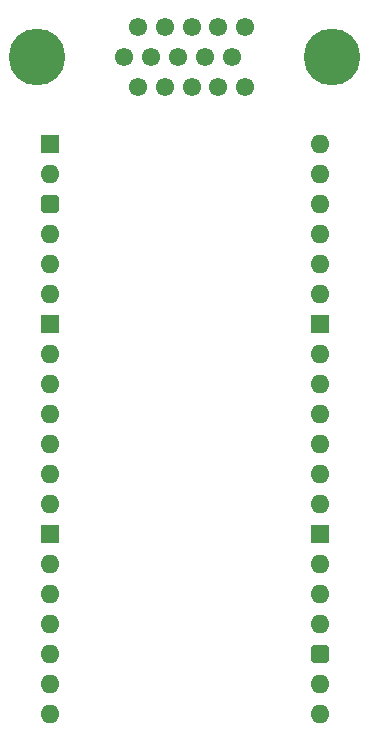
<source format=gbs>
%TF.GenerationSoftware,KiCad,Pcbnew,8.0.4*%
%TF.CreationDate,2024-08-14T13:09:24+02:00*%
%TF.ProjectId,Video DAC,56696465-6f20-4444-9143-2e6b69636164,V0*%
%TF.SameCoordinates,PX6d01460PY32de760*%
%TF.FileFunction,Soldermask,Bot*%
%TF.FilePolarity,Negative*%
%FSLAX46Y46*%
G04 Gerber Fmt 4.6, Leading zero omitted, Abs format (unit mm)*
G04 Created by KiCad (PCBNEW 8.0.4) date 2024-08-14 13:09:24*
%MOMM*%
%LPD*%
G01*
G04 APERTURE LIST*
G04 Aperture macros list*
%AMRoundRect*
0 Rectangle with rounded corners*
0 $1 Rounding radius*
0 $2 $3 $4 $5 $6 $7 $8 $9 X,Y pos of 4 corners*
0 Add a 4 corners polygon primitive as box body*
4,1,4,$2,$3,$4,$5,$6,$7,$8,$9,$2,$3,0*
0 Add four circle primitives for the rounded corners*
1,1,$1+$1,$2,$3*
1,1,$1+$1,$4,$5*
1,1,$1+$1,$6,$7*
1,1,$1+$1,$8,$9*
0 Add four rect primitives between the rounded corners*
20,1,$1+$1,$2,$3,$4,$5,0*
20,1,$1+$1,$4,$5,$6,$7,0*
20,1,$1+$1,$6,$7,$8,$9,0*
20,1,$1+$1,$8,$9,$2,$3,0*%
G04 Aperture macros list end*
%ADD10C,1.550000*%
%ADD11C,4.800000*%
%ADD12R,1.600000X1.600000*%
%ADD13O,1.600000X1.600000*%
%ADD14RoundRect,0.400000X-0.400000X-0.400000X0.400000X-0.400000X0.400000X0.400000X-0.400000X0.400000X0*%
G04 APERTURE END LIST*
D10*
%TO.C,J2*%
X7440000Y4826000D03*
X9720000Y4826000D03*
X12000000Y4826000D03*
X14280000Y4826000D03*
X16560000Y4826000D03*
X6300000Y7366000D03*
X8580000Y7366000D03*
X10860000Y7366000D03*
X13140000Y7366000D03*
X15420000Y7366000D03*
X7440000Y9906000D03*
X9720000Y9906000D03*
X12000000Y9906000D03*
X14280000Y9906000D03*
X16560000Y9906000D03*
D11*
X23930000Y7366000D03*
X-1070000Y7366000D03*
%TD*%
D12*
%TO.C,J3*%
X0Y0D03*
D13*
X0Y-2540000D03*
D14*
X0Y-5080000D03*
D13*
X0Y-7620000D03*
X0Y-10160000D03*
X0Y-12700000D03*
D12*
X0Y-15240000D03*
D13*
X0Y-17780000D03*
X0Y-20320000D03*
X0Y-22860000D03*
X0Y-25400000D03*
X0Y-27940000D03*
X0Y-30480000D03*
D12*
X0Y-33020000D03*
D13*
X0Y-35560000D03*
X0Y-38100000D03*
X0Y-40640000D03*
X0Y-43180000D03*
X0Y-45720000D03*
X0Y-48260000D03*
X22860000Y-48260000D03*
X22860000Y-45720000D03*
D14*
X22860000Y-43180000D03*
D13*
X22860000Y-40640000D03*
X22860000Y-38100000D03*
X22860000Y-35560000D03*
D12*
X22860000Y-33020000D03*
D13*
X22860000Y-30480000D03*
X22860000Y-27940000D03*
X22860000Y-25400000D03*
X22860000Y-22860000D03*
X22860000Y-20320000D03*
X22860000Y-17780000D03*
D12*
X22860000Y-15240000D03*
D13*
X22860000Y-12700000D03*
X22860000Y-10160000D03*
X22860000Y-7620000D03*
X22860000Y-5080000D03*
X22860000Y-2540000D03*
X22860000Y0D03*
%TD*%
M02*

</source>
